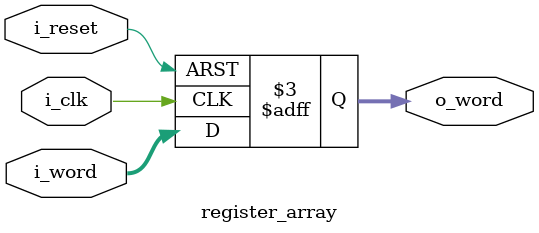
<source format=sv>
module register_array #(
    parameter TOTAL_WIDTH = 128
)(
    input  logic i_clk,
    input  logic i_reset,
    input  logic [TOTAL_WIDTH - 1:0] i_word,
    output logic [TOTAL_WIDTH - 1:0] o_word
);

always_ff @(posedge i_clk, negedge i_reset) begin
 if(~i_reset) o_word <= '0;
 else o_word <= i_word;
end

endmodule
</source>
